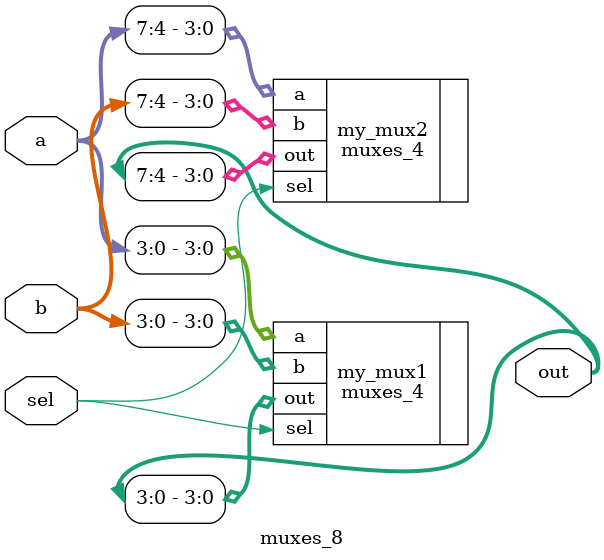
<source format=v>
module muxes_8(a, b, sel, out);

	input [7:0] a,b;
	input sel;
	output [7:0] out;
	
	muxes_4 my_mux1(.a(a[3:0]), .b(b[3:0]), .sel(sel), .out(out[3:0]));
	muxes_4 my_mux2(.a(a[7:4]), .b(b[7:4]), .sel(sel), .out(out[7:4]));

	
endmodule

</source>
